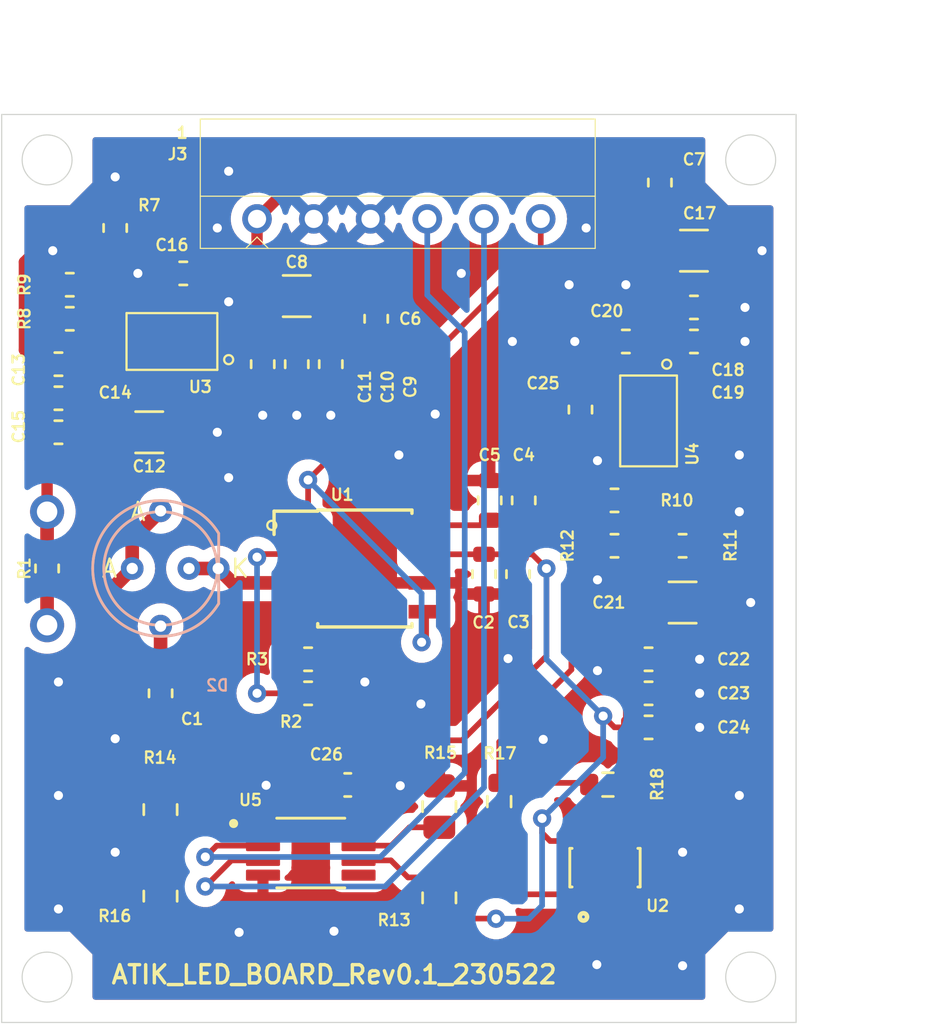
<source format=kicad_pcb>
(kicad_pcb (version 20221018) (generator pcbnew)
  (layers (0 "F.Cu" signal) (31 "B.Cu" signal) (34 "B.Paste" user) (35 "F.Paste" user) (36 "B.SilkS" user "B.Silkscreen") (37 "F.SilkS" user "F.Silkscreen") (38 "B.Mask" user) (39 "F.Mask" user) (44 "Edge.Cuts" user))
  (net 0 "")
  (net 1 "GND")
  (net 2 "CI")
  (net 3 "VIN")
  (net 4 "V_LED")
  (net 5 "LED_K")
  (net 6 "EN")
  (net 7 "Net-(D1-PAD)")
  (net 8 "Net-(U3-BYP)")
  (net 9 "Net-(U4-BYP)")
  (net 10 "Net-(D1-A)")
  (net 11 "SDA")
  (net 12 "SCL")
  (net 13 "Net-(U1-AGND1)")
  (net 14 "Net-(U1-AGND2)")
  (net 15 "Net-(U3-ILIM)")
  (net 16 "Net-(U3-VADJ)")
  (net 17 "Net-(U4-ILIM)")
  (net 18 "Net-(U4-VADJ)")
  (net 19 "Net-(U5-HVC{slash}A0)")
  (net 22 "VDD")
  (net 23 "Net-(U5-P0B)")
  (net 24 "Net-(U2-IN-)")
  (net 25 "Net-(U2-IN+)")
  (footprint "Capacitor_SMD:C_0603_1608Metric" (layer "F.Cu") (at 123 117 90)
    (fp_text reference "C4" (at 2 0 180) (layer "F.SilkS") (effects (font (size 0.5 0.5) (thickness 0.1))))
    (fp_text value "1u")
    (pad "1" smd roundrect (at -0.875 0 90) (size 0.67 0.95) (layers "F.Cu" "F.Paste" "F.Mask") (net 2 "CI"))
    (pad "2" smd roundrect (at 0.875 0 90) (size 0.67 0.95) (layers "F.Cu" "F.Paste" "F.Mask") (net 1 "GND"))
  )
  (footprint "Capacitor_SMD:C_0603_1608Metric" (layer "F.Cu") (at 121.5 117 90)
    (fp_text reference "C5" (at 2 0 180) (layer "F.SilkS") (effects (font (size 0.5 0.5) (thickness 0.1))))
    (fp_text value "0.1u")
    (pad "1" smd roundrect (at -0.875 0 90) (size 0.67 0.95) (layers "F.Cu" "F.Paste" "F.Mask") (net 2 "CI"))
    (pad "2" smd roundrect (at 0.875 0 90) (size 0.67 0.95) (layers "F.Cu" "F.Paste" "F.Mask") (net 1 "GND"))
  )
  (footprint "Resistor_SMD:R_0603_1608Metric" (layer "F.Cu") (at 113.5 125.5 180)
    (fp_text reference "R2" (at 0.75 -1.25) (layer "F.SilkS") (effects (font (size 0.5 0.5) (thickness 0.1))))
    (fp_text value "10R")
    (pad "1" smd roundrect (at -0.7875 0 180) (size 0.875 0.95) (layers "F.Cu" "F.Paste" "F.Mask") (net 1 "GND"))
    (pad "2" smd roundrect (at 0.7875 0 180) (size 0.875 0.95) (layers "F.Cu" "F.Paste" "F.Mask") (net 13 "Net-(U1-AGND1)"))
  )
  (footprint "Resistor_SMD:R_0603_1608Metric" (layer "F.Cu") (at 113.5 124 180)
    (fp_text reference "R3" (at 2.25 0) (layer "F.SilkS") (effects (font (size 0.5 0.5) (thickness 0.1))))
    (fp_text value "10R")
    (pad "1" smd roundrect (at -0.7875 0 180) (size 0.875 0.95) (layers "F.Cu" "F.Paste" "F.Mask") (net 1 "GND"))
    (pad "2" smd roundrect (at 0.7875 0 180) (size 0.875 0.95) (layers "F.Cu" "F.Paste" "F.Mask") (net 14 "Net-(U1-AGND2)"))
  )
  (footprint "Package_SOIC:SOIC-8-1EP_3.9x4.9mm_P1.27mm" (layer "F.Cu") (at 116 120)
    (fp_text reference "U1" (at -1 -3.25) (layer "F.SilkS") (effects (font (size 0.5 0.5) (thickness 0.1))))
    (fp_text value "iC_HK_B")
    (pad "1" smd rect (at -2.7 -1.905) (size 1.55 0.6) (layers "F.Cu" "F.Paste" "F.Mask") (net 6 "EN"))
    (pad "2" smd rect (at -2.7 -0.635) (size 1.55 0.6) (layers "F.Cu" "F.Paste" "F.Mask") (net 13 "Net-(U1-AGND1)"))
    (pad "3" smd rect (at -2.7 0.635) (size 1.55 0.6) (layers "F.Cu" "F.Paste" "F.Mask") (net 5 "LED_K"))
    (pad "4" smd rect (at -2.7 1.905) (size 1.55 0.6) (layers "F.Cu" "F.Paste" "F.Mask") (net 14 "Net-(U1-AGND2)"))
    (pad "5" smd rect (at 2.7 1.905) (size 1.55 0.6) (layers "F.Cu" "F.Paste" "F.Mask") (net 6 "EN"))
    (pad "6" smd rect (at 2.7 0.635) (size 1.55 0.6) (layers "F.Cu" "F.Paste" "F.Mask") (net 1 "GND"))
    (pad "7" smd rect (at 2.7 -0.635) (size 1.55 0.6) (layers "F.Cu" "F.Paste" "F.Mask") (net 22 "VDD"))
    (pad "8" smd rect (at 2.7 -1.905) (size 1.55 0.6) (layers "F.Cu" "F.Paste" "F.Mask") (net 2 "CI"))
    (pad "9" smd rect (at -0.5875 -0.5875) (size 1.175 1.175) (layers "F.Cu" "F.Paste" "F.Mask") (net 1 "GND"))
    (pad "9" smd rect (at -0.5875 0.5875) (size 1.175 1.175) (layers "F.Cu" "F.Paste" "F.Mask") (net 1 "GND"))
    (pad "9" smd rect (at 0.5875 -0.5875) (size 1.175 1.175) (layers "F.Cu" "F.Paste" "F.Mask") (net 1 "GND"))
    (pad "9" smd rect (at 0.5875 0.5875) (size 1.175 1.175) (layers "F.Cu" "F.Paste" "F.Mask") (net 1 "GND"))
  )
  (footprint "Pin_Headers:Pin_Header_Straight_1x01_Pitch2.54mm" (layer "F.Cu") (at 102 122.5 90)
    (fp_text reference "J2" hide)
    (fp_text value "Conn_01x01")
    (pad "1" thru_hole circle (at 0 0 90) (size 1.5 1.5) (drill 0.9) (layers "*.Cu" "*.Mask") (net 10 "Net-(D1-A)"))
  )
  (footprint "Resistor_SMD:R_0603_1608Metric" (layer "F.Cu") (at 102 120 90)
    (fp_text reference "R1" (at 0 -1 90) (layer "F.SilkS") (effects (font (size 0.5 0.5) (thickness 0.1))))
    (fp_text value "0R")
    (pad "1" smd roundrect (at -0.7875 0 90) (size 0.875 0.95) (layers "F.Cu" "F.Paste" "F.Mask") (net 10 "Net-(D1-A)"))
    (pad "2" smd roundrect (at 0.7875 0 90) (size 0.875 0.95) (layers "F.Cu" "F.Paste" "F.Mask") (net 4 "V_LED"))
  )
  (footprint "Pin_Headers:Pin_Header_Straight_1x01_Pitch2.54mm" (layer "F.Cu") (at 102 117.5 90)
    (fp_text reference "J1" hide)
    (fp_text value "Conn_01x01")
    (pad "1" thru_hole circle (at 0 0 90) (size 1.5 1.5) (drill 0.9) (layers "*.Cu" "*.Mask") (net 4 "V_LED"))
  )
  (footprint "Capacitor_SMD:C_0603_1608Metric" (layer "F.Cu") (at 121.25 120.25 -90)
    (fp_text reference "C2" (at 2.13 0.02 180) (layer "F.SilkS") (effects (font (size 0.5 0.5) (thickness 0.1))))
    (fp_text value "1u")
    (pad "1" smd roundrect (at -0.875 0 270) (size 0.67 0.95) (layers "F.Cu" "F.Paste" "F.Mask") (net 22 "VDD"))
    (pad "2" smd roundrect (at 0.875 0 270) (size 0.67 0.95) (layers "F.Cu" "F.Paste" "F.Mask") (net 1 "GND"))
  )
  (footprint "Capacitor_SMD:C_0603_1608Metric" (layer "F.Cu") (at 122.75 120.25 -90)
    (fp_text reference "C3" (at 2.11 -0.02 180) (layer "F.SilkS") (effects (font (size 0.5 0.5) (thickness 0.1))))
    (fp_text value "0.1u")
    (pad "1" smd roundrect (at -0.875 0 270) (size 0.67 0.95) (layers "F.Cu" "F.Paste" "F.Mask") (net 22 "VDD"))
    (pad "2" smd roundrect (at 0.875 0 270) (size 0.67 0.95) (layers "F.Cu" "F.Paste" "F.Mask") (net 1 "GND"))
  )
  (footprint "Capacitor_SMD:C_0603_1608Metric" (layer "F.Cu") (at 107 125.5 90)
    (fp_text reference "C1" (at -1.13 1.39 180) (layer "F.SilkS") (effects (font (size 0.5 0.5) (thickness 0.1))))
    (fp_text value "1u")
    (pad "1" smd roundrect (at -0.875 0 90) (size 0.67 0.95) (layers "F.Cu" "F.Paste" "F.Mask") (net 1 "GND"))
    (pad "2" smd roundrect (at 0.875 0 90) (size 0.67 0.95) (layers "F.Cu" "F.Paste" "F.Mask") (net 7 "Net-(D1-PAD)"))
  )
  (footprint "Wiki:5268-06A" (layer "F.Cu") (at 111.25 104.6)
    (fp_text reference "J3" (at -3.5 -2.85) (layer "F.SilkS") (effects (font (size 0.5 0.5) (thickness 0.1))))
    (fp_text value "Conn_01x06")
    (fp_text user "1" (at -3.6 -3.5 unlocked) (layer "F.SilkS") (effects (font (size 0.5 0.5) (thickness 0.1)) (justify left bottom)))
    (pad "1" thru_hole circle (at 0 0) (size 1.3 1.3) (drill 0.8) (layers "*.Cu" "*.Mask") (net 3 "VIN"))
    (pad "2" thru_hole circle (at 2.5 0) (size 1.3 1.3) (drill 0.8) (layers "*.Cu" "*.Mask") (net 1 "GND"))
    (pad "3" thru_hole circle (at 5 0) (size 1.3 1.3) (drill 0.8) (layers "*.Cu" "*.Mask") (net 1 "GND"))
    (pad "4" thru_hole circle (at 7.5 0) (size 1.3 1.3) (drill 0.8) (layers "*.Cu" "*.Mask") (net 12 "SCL"))
    (pad "5" thru_hole circle (at 10 0) (size 1.3 1.3) (drill 0.8) (layers "*.Cu" "*.Mask") (net 11 "SDA"))
    (pad "6" thru_hole circle (at 12.5 0) (size 1.3 1.3) (drill 0.8) (layers "*.Cu" "*.Mask") (net 6 "EN"))
  )
  (footprint "Capacitor_SMD:C_1206_3216Metric" (layer "F.Cu") (at 113 108)
    (fp_text reference "C8" (at 0 -1.5) (layer "F.SilkS") (effects (font (size 0.5 0.5) (thickness 0.1))))
    (fp_text value "10u")
    (pad "1" smd roundrect (at -1.4 0) (size 1.25 1.75) (layers "F.Cu" "F.Paste" "F.Mask") (roundrect_rratio 0.2) (net 3 "VIN"))
    (pad "2" smd roundrect (at 1.4 0) (size 1.25 1.75) (layers "F.Cu" "F.Paste" "F.Mask") (roundrect_rratio 0.2) (net 1 "GND"))
  )
  (footprint "Capacitor_SMD:C_0603_1608Metric" (layer "F.Cu") (at 113 111 -90)
    (fp_text reference "C10" (at 1 -4 90) (layer "F.SilkS") (effects (font (size 0.5 0.5) (thickness 0.1))))
    (fp_text value "0.1u")
    (pad "1" smd roundrect (at -0.875 0 270) (size 0.67 0.95) (layers "F.Cu" "F.Paste" "F.Mask") (net 3 "VIN"))
    (pad "2" smd roundrect (at 0.875 0 270) (size 0.67 0.95) (layers "F.Cu" "F.Paste" "F.Mask") (net 1 "GND"))
  )
  (footprint "Capacitor_SMD:C_0603_1608Metric" (layer "F.Cu") (at 111.5 111 -90)
    (fp_text reference "C11" (at 1 -4.5 90) (layer "F.SilkS") (effects (font (size 0.5 0.5) (thickness 0.1))))
    (fp_text value "0.1u")
    (pad "1" smd roundrect (at -0.875 0 270) (size 0.67 0.95) (layers "F.Cu" "F.Paste" "F.Mask") (net 3 "VIN"))
    (pad "2" smd roundrect (at 0.875 0 270) (size 0.67 0.95) (layers "F.Cu" "F.Paste" "F.Mask") (net 1 "GND"))
  )
  (footprint "Capacitor_SMD:C_0603_1608Metric" (layer "F.Cu") (at 102.5 111 180)
    (fp_text reference "C13" (at 1.75 -0.25 90) (layer "F.SilkS") (effects (font (size 0.5 0.5) (thickness 0.1))))
    (fp_text value "1u")
    (pad "1" smd roundrect (at -0.875 0 180) (size 0.67 0.95) (layers "F.Cu" "F.Paste" "F.Mask") (net 4 "V_LED"))
    (pad "2" smd roundrect (at 0.875 0 180) (size 0.67 0.95) (layers "F.Cu" "F.Paste" "F.Mask") (net 1 "GND"))
  )
  (footprint "Capacitor_SMD:C_0603_1608Metric" (layer "F.Cu") (at 102.5 112.5 180)
    (fp_text reference "C14" (at -2.5 0.25) (layer "F.SilkS") (effects (font (size 0.5 0.5) (thickness 0.1))))
    (fp_text value "0.1u")
    (pad "1" smd roundrect (at -0.875 0 180) (size 0.67 0.95) (layers "F.Cu" "F.Paste" "F.Mask") (net 4 "V_LED"))
    (pad "2" smd roundrect (at 0.875 0 180) (size 0.67 0.95) (layers "F.Cu" "F.Paste" "F.Mask") (net 1 "GND"))
  )
  (footprint "Capacitor_SMD:C_0603_1608Metric" (layer "F.Cu") (at 102.5 114 180)
    (fp_text reference "C15" (at 1.75 0.25 270) (layer "F.SilkS") (effects (font (size 0.5 0.5) (thickness 0.1))))
    (fp_text value "0.1u")
    (pad "1" smd roundrect (at -0.875 0 180) (size 0.67 0.95) (layers "F.Cu" "F.Paste" "F.Mask") (net 4 "V_LED"))
    (pad "2" smd roundrect (at 0.875 0 180) (size 0.67 0.95) (layers "F.Cu" "F.Paste" "F.Mask") (net 1 "GND"))
  )
  (footprint "Capacitor_SMD:C_1206_3216Metric" (layer "F.Cu") (at 130.5 106)
    (fp_text reference "C17" (at 0.25 -1.65) (layer "F.SilkS") (effects (font (size 0.5 0.5) (thickness 0.1))))
    (fp_text value "10u")
    (pad "1" smd roundrect (at -1.4 0) (size 1.25 1.75) (layers "F.Cu" "F.Paste" "F.Mask") (roundrect_rratio 0.2) (net 3 "VIN"))
    (pad "2" smd roundrect (at 1.4 0) (size 1.25 1.75) (layers "F.Cu" "F.Paste" "F.Mask") (roundrect_rratio 0.2) (net 1 "GND"))
  )
  (footprint "Capacitor_SMD:C_0603_1608Metric" (layer "F.Cu") (at 127.5 110 180)
    (fp_text reference "C20" (at 0.84 1.34) (layer "F.SilkS") (effects (font (size 0.5 0.5) (thickness 0.1))))
    (fp_text value "0.1u")
    (pad "1" smd roundrect (at -0.875 0 180) (size 0.67 0.95) (layers "F.Cu" "F.Paste" "F.Mask") (net 3 "VIN"))
    (pad "2" smd roundrect (at 0.875 0 180) (size 0.67 0.95) (layers "F.Cu" "F.Paste" "F.Mask") (net 1 "GND"))
  )
  (footprint "Capacitor_SMD:C_1206_3216Metric" (layer "F.Cu") (at 130 121.5)
    (fp_text reference "C21" (at -3.25 0) (layer "F.SilkS") (effects (font (size 0.5 0.5) (thickness 0.1))))
    (fp_text value "10u")
    (pad "1" smd roundrect (at -1.4 0) (size 1.25 1.75) (layers "F.Cu" "F.Paste" "F.Mask") (roundrect_rratio 0.2) (net 22 "VDD"))
    (pad "2" smd roundrect (at 1.4 0) (size 1.25 1.75) (layers "F.Cu" "F.Paste" "F.Mask") (roundrect_rratio 0.2) (net 1 "GND"))
  )
  (footprint "Capacitor_SMD:C_0603_1608Metric" (layer "F.Cu") (at 128.5 124)
    (fp_text reference "C22" (at 3.75 0) (layer "F.SilkS") (effects (font (size 0.5 0.5) (thickness 0.1))))
    (fp_text value "1u")
    (pad "1" smd roundrect (at -0.875 0) (size 0.67 0.95) (layers "F.Cu" "F.Paste" "F.Mask") (net 22 "VDD"))
    (pad "2" smd roundrect (at 0.875 0) (size 0.67 0.95) (layers "F.Cu" "F.Paste" "F.Mask") (net 1 "GND"))
  )
  (footprint "Capacitor_SMD:C_0603_1608Metric" (layer "F.Cu") (at 128.5 125.5)
    (fp_text reference "C23" (at 3.75 0) (layer "F.SilkS") (effects (font (size 0.5 0.5) (thickness 0.1))))
    (fp_text value "0.1u")
    (pad "1" smd roundrect (at -0.875 0) (size 0.67 0.95) (layers "F.Cu" "F.Paste" "F.Mask") (net 22 "VDD"))
    (pad "2" smd roundrect (at 0.875 0) (size 0.67 0.95) (layers "F.Cu" "F.Paste" "F.Mask") (net 1 "GND"))
  )
  (footprint "Capacitor_SMD:C_0603_1608Metric" (layer "F.Cu") (at 125.5 113 -90)
    (fp_text reference "C25" (at -1.16 1.65 180) (layer "F.SilkS") (effects (font (size 0.5 0.5) (thickness 0.1))))
    (fp_text value "100n")
    (pad "1" smd roundrect (at -0.875 0 270) (size 0.67 0.95) (layers "F.Cu" "F.Paste" "F.Mask") (net 9 "Net-(U4-BYP)"))
    (pad "2" smd roundrect (at 0.875 0 270) (size 0.67 0.95) (layers "F.Cu" "F.Paste" "F.Mask") (net 1 "GND"))
  )
  (footprint "Resistor_SMD:R_0603_1608Metric" (layer "F.Cu") (at 127 117)
    (fp_text reference "R10" (at 2.75 0) (layer "F.SilkS") (effects (font (size 0.5 0.5) (thickness 0.1))))
    (fp_text value "560K")
    (pad "1" smd roundrect (at -0.7875 0) (size 0.875 0.95) (layers "F.Cu" "F.Paste" "F.Mask") (net 1 "GND"))
    (pad "2" smd roundrect (at 0.7875 0) (size 0.875 0.95) (layers "F.Cu" "F.Paste" "F.Mask") (net 17 "Net-(U4-ILIM)"))
  )
  (footprint "Wiki:TDFN-8(ON semi)" (layer "F.Cu") (at 128.5 113.5 -90)
    (fp_text reference "U4" (at 1.46 -1.93 -90) (layer "F.SilkS") (effects (font (size 0.5 0.5) (thickness 0.1))))
    (fp_text value "CAT6201")
    (pad "1" smd rect (at -1.36 -0.78 270) (size 0.68 0.3) (layers "F.Cu" "F.Paste" "F.Mask") (net 3 "VIN"))
    (pad "2" smd rect (at -1.36 -0.28 270) (size 0.68 0.3) (layers "F.Cu" "F.Paste" "F.Mask"))
    (pad "3" smd rect (at -1.36 0.22 270) (size 0.68 0.3) (layers "F.Cu" "F.Paste" "F.Mask") (net 3 "VIN"))
    (pad "4" smd rect (at -1.36 0.72 270) (size 0.68 0.3) (layers "F.Cu" "F.Paste" "F.Mask") (net 9 "Net-(U4-BYP)"))
    (pad "5" smd rect (at 1.36 0.72 270) (size 0.68 0.3) (layers "F.Cu" "F.Paste" "F.Mask") (net 1 "GND"))
    (pad "6" smd rect (at 1.36 0.22 270) (size 0.68 0.3) (layers "F.Cu" "F.Paste" "F.Mask") (net 17 "Net-(U4-ILIM)"))
    (pad "7" smd rect (at 1.36 -0.28 270) (size 0.68 0.3) (layers "F.Cu" "F.Paste" "F.Mask") (net 18 "Net-(U4-VADJ)"))
    (pad "8" smd rect (at 1.36 -0.78 270) (size 0.68 0.3) (layers "F.Cu" "F.Paste" "F.Mask") (net 22 "VDD"))
    (pad "9" smd rect (at 0 0 270) (size 1.45 1.56) (layers "F.Cu" "F.Paste" "F.Mask") (net 1 "GND"))
  )
  (footprint "Capacitor_SMD:C_0603_1608Metric" (layer "F.Cu") (at 116.5 109 -90)
    (fp_text reference "C6" (at 0 -1.5 180) (layer "F.SilkS") (effects (font (size 0.5 0.5) (thickness 0.1))))
    (fp_text value "1u")
    (pad "1" smd roundrect (at -0.875 0 270) (size 0.67 0.95) (layers "F.Cu" "F.Paste" "F.Mask") (net 1 "GND"))
    (pad "2" smd roundrect (at 0.875 0 270) (size 0.67 0.95) (layers "F.Cu" "F.Paste" "F.Mask") (net 3 "VIN"))
  )
  (footprint "Capacitor_SMD:C_0603_1608Metric" (layer "F.Cu") (at 129 103 -90)
    (fp_text reference "C7" (at -1.02 -1.5 180) (layer "F.SilkS") (effects (font (size 0.5 0.5) (thickness 0.1))))
    (fp_text value "0.1u")
    (pad "1" smd roundrect (at -0.875 0 270) (size 0.67 0.95) (layers "F.Cu" "F.Paste" "F.Mask") (net 1 "GND"))
    (pad "2" smd roundrect (at 0.875 0 270) (size 0.67 0.95) (layers "F.Cu" "F.Paste" "F.Mask") (net 3 "VIN"))
  )
  (footprint "Capacitor_SMD:C_0603_1608Metric" (layer "F.Cu") (at 114.5 111 -90)
    (fp_text reference "C9" (at 1 -3.5 90) (layer "F.SilkS") (effects (font (size 0.5 0.5) (thickness 0.1))))
    (fp_text value "1u")
    (pad "1" smd roundrect (at -0.875 0 270) (size 0.67 0.95) (layers "F.Cu" "F.Paste" "F.Mask") (net 3 "VIN"))
    (pad "2" smd roundrect (at 0.875 0 270) (size 0.67 0.95) (layers "F.Cu" "F.Paste" "F.Mask") (net 1 "GND"))
  )
  (footprint "Capacitor_SMD:C_0603_1608Metric" (layer "F.Cu") (at 130.5 108.5)
    (fp_text reference "C18" (at 1.5 2.75) (layer "F.SilkS") (effects (font (size 0.5 0.5) (thickness 0.1))))
    (fp_text value "1u")
    (pad "1" smd roundrect (at -0.875 0) (size 0.67 0.95) (layers "F.Cu" "F.Paste" "F.Mask") (net 3 "VIN"))
    (pad "2" smd roundrect (at 0.875 0) (size 0.67 0.95) (layers "F.Cu" "F.Paste" "F.Mask") (net 1 "GND"))
  )
  (footprint "Capacitor_SMD:C_0603_1608Metric" (layer "F.Cu") (at 128.5 127)
    (fp_text reference "C24" (at 3.75 0) (layer "F.SilkS") (effects (font (size 0.5 0.5) (thickness 0.1))))
    (fp_text value "0.1u")
    (pad "1" smd roundrect (at -0.875 0) (size 0.67 0.95) (layers "F.Cu" "F.Paste" "F.Mask") (net 22 "VDD"))
    (pad "2" smd roundrect (at 0.875 0) (size 0.67 0.95) (layers "F.Cu" "F.Paste" "F.Mask") (net 1 "GND"))
  )
  (footprint "Resistor_SMD:R_0603_1608Metric" (layer "F.Cu") (at 127 119)
    (fp_text reference "R12" (at -2.07 0 90) (layer "F.SilkS") (effects (font (size 0.5 0.5) (thickness 0.1))))
    (fp_text value "1K")
    (pad "1" smd roundrect (at -0.7875 0) (size 0.875 0.95) (layers "F.Cu" "F.Paste" "F.Mask") (net 1 "GND"))
    (pad "2" smd roundrect (at 0.7875 0) (size 0.875 0.95) (layers "F.Cu" "F.Paste" "F.Mask") (net 18 "Net-(U4-VADJ)"))
  )
  (footprint "Resistor_SMD:R_0603_1608Metric" (layer "F.Cu") (at 130 119)
    (fp_text reference "R11" (at 2.11 -0.02 90) (layer "F.SilkS") (effects (font (size 0.5 0.5) (thickness 0.1))))
    (fp_text value "2K")
    (pad "1" smd roundrect (at -0.7875 0) (size 0.875 0.95) (layers "F.Cu" "F.Paste" "F.Mask") (net 18 "Net-(U4-VADJ)"))
    (pad "2" smd roundrect (at 0.7875 0) (size 0.875 0.95) (layers "F.Cu" "F.Paste" "F.Mask") (net 22 "VDD"))
  )
  (footprint "Capacitor_SMD:C_0603_1608Metric" (layer "F.Cu") (at 130.5 110)
    (fp_text reference "C19" (at 1.5 2.25) (layer "F.SilkS") (effects (font (size 0.5 0.5) (thickness 0.1))))
    (fp_text value "0.1u")
    (pad "1" smd roundrect (at -0.875 0) (size 0.67 0.95) (layers "F.Cu" "F.Paste" "F.Mask") (net 3 "VIN"))
    (pad "2" smd roundrect (at 0.875 0) (size 0.67 0.95) (layers "F.Cu" "F.Paste" "F.Mask") (net 1 "GND"))
  )
  (footprint "Resistor_SMD:R_0603_1608Metric" (layer "F.Cu") (at 105 105 -90)
    (fp_text reference "R7" (at -1 -1.5 180) (layer "F.SilkS") (effects (font (size 0.5 0.5) (thickness 0.1))))
    (fp_text value "560K")
    (pad "1" smd roundrect (at -0.7875 0 270) (size 0.875 0.95) (layers "F.Cu" "F.Paste" "F.Mask") (net 1 "GND"))
    (pad "2" smd roundrect (at 0.7875 0 270) (size 0.875 0.95) (layers "F.Cu" "F.Paste" "F.Mask") (net 15 "Net-(U3-ILIM)"))
  )
  (footprint "Resistor_SMD:R_0603_1608Metric" (layer "F.Cu") (at 103 109 180)
    (fp_text reference "R8" (at 2 0 90) (layer "F.SilkS") (effects (font (size 0.5 0.5) (thickness 0.1))))
    (fp_text value "9.1K")
    (pad "1" smd roundrect (at -0.7875 0 180) (size 0.875 0.95) (layers "F.Cu" "F.Paste" "F.Mask") (net 16 "Net-(U3-VADJ)"))
    (pad "2" smd roundrect (at 0.7875 0 180) (size 0.875 0.95) (layers "F.Cu" "F.Paste" "F.Mask") (net 4 "V_LED"))
  )
  (footprint "Wiki:TDFN-8(ON semi)" (layer "F.Cu") (at 107.5 110 180)
    (fp_text reference "U3" (at -1.25 -2) (layer "F.SilkS") (effects (font (size 0.5 0.5) (thickness 0.1))))
    (fp_text value "CAT6201")
    (pad "1" smd rect (at -1.36 -0.78 180) (size 0.68 0.3) (layers "F.Cu" "F.Paste" "F.Mask") (net 3 "VIN"))
    (pad "2" smd rect (at -1.36 -0.28 180) (size 0.68 0.3) (layers "F.Cu" "F.Paste" "F.Mask"))
    (pad "3" smd rect (at -1.36 0.22 180) (size 0.68 0.3) (layers "F.Cu" "F.Paste" "F.Mask") (net 3 "VIN"))
    (pad "4" smd rect (at -1.36 0.72 180) (size 0.68 0.3) (layers "F.Cu" "F.Paste" "F.Mask") (net 8 "Net-(U3-BYP)"))
    (pad "5" smd rect (at 1.36 0.72 180) (size 0.68 0.3) (layers "F.Cu" "F.Paste" "F.Mask") (net 1 "GND"))
    (pad "6" smd rect (at 1.36 0.22 180) (size 0.68 0.3) (layers "F.Cu" "F.Paste" "F.Mask") (net 15 "Net-(U3-ILIM)"))
    (pad "7" smd rect (at 1.36 -0.28 180) (size 0.68 0.3) (layers "F.Cu" "F.Paste" "F.Mask") (net 16 "Net-(U3-VADJ)"))
    (pad "8" smd rect (at 1.36 -0.78 180) (size 0.68 0.3) (layers "F.Cu" "F.Paste" "F.Mask") (net 4 "V_LED"))
    (pad "9" smd rect (at 0 0 180) (size 1.45 1.56) (layers "F.Cu" "F.Paste" "F.Mask") (net 1 "GND"))
  )
  (footprint "Resistor_SMD:R_0603_1608Metric" (layer "F.Cu") (at 103 107.5)
    (fp_text reference "R9" (at -2 0 90) (layer "F.SilkS") (effects (font (size 0.5 0.5) (thickness 0.1))))
    (fp_text value "1.2K")
    (pad "1" smd roundrect (at -0.7875 0) (size 0.875 0.95) (layers "F.Cu" "F.Paste" "F.Mask") (net 1 "GND"))
    (pad "2" smd roundrect (at 0.7875 0) (size 0.875 0.95) (layers "F.Cu" "F.Paste" "F.Mask") (net 16 "Net-(U3-VADJ)"))
  )
  (footprint "Capacitor_SMD:C_1206_3216Metric" (layer "F.Cu") (at 106.5 114)
    (fp_text reference "C12" (at 0 1.5) (layer "F.SilkS") (effects (font (size 0.5 0.5) (thickness 0.1))))
    (fp_text value "10u")
    (pad "1" smd roundrect (at -1.4 0) (size 1.25 1.75) (layers "F.Cu" "F.Paste" "F.Mask") (roundrect_rratio 0.2) (net 4 "V_LED"))
    (pad "2" smd roundrect (at 1.4 0) (size 1.25 1.75) (layers "F.Cu" "F.Paste" "F.Mask") (roundrect_rratio 0.2) (net 1 "GND"))
  )
  (footprint "Capacitor_SMD:C_0603_1608Metric" (layer "F.Cu") (at 108 107 180)
    (fp_text reference "C16" (at 0.5 1.25) (layer "F.SilkS") (effects (font (size 0.5 0.5) (thickness 0.1))))
    (fp_text value "100n")
    (pad "1" smd roundrect (at -0.875 0 180) (size 0.67 0.95) (layers "F.Cu" "F.Paste" "F.Mask") (net 8 "Net-(U3-BYP)"))
    (pad "2" smd roundrect (at 0.875 0 180) (size 0.67 0.95) (layers "F.Cu" "F.Paste" "F.Mask") (net 1 "GND"))
  )
  (footprint "MCP4541-103E_MS:SOP65P490X110-8N" (layer "F.Cu") (at 113.6175 132.535)
    (fp_text reference "U5" (at -2.6575 -2.335) (layer "F.SilkS") (effects (font (size 0.5 0.5) (thickness 0.1))))
    (fp_text value "MCP4541-103E/MS")
    (pad "1" smd roundrect (at -2.105 -0.975) (size 1.5 0.49) (layers "F.Cu" "F.Paste" "F.Mask") (roundrect_rratio 0.12) (net 19 "Net-(U5-HVC{slash}A0)"))
    (pad "2" smd roundrect (at -2.105 -0.325) (size 1.5 0.49) (layers "F.Cu" "F.Paste" "F.Mask") (roundrect_rratio 0.12) (net 12 "SCL"))
    (pad "3" smd roundrect (at -2.105 0.325) (size 1.5 0.49) (layers "F.Cu" "F.Paste" "F.Mask") (roundrect_rratio 0.12) (net 11 "SDA"))
    (pad "4" smd roundrect (at -2.105 0.975) (size 1.5 0.49) (layers "F.Cu" "F.Paste" "F.Mask") (roundrect_rratio 0.12) (net 1 "GND"))
    (pad "5" smd roundrect (at 2.105 0.975 180) (size 1.5 0.49) (layers "F.Cu" "F.Paste" "F.Mask") (roundrect_rratio 0.12))
    (pad "6" smd roundrect (at 2.105 0.325 180) (size 1.5 0.49) (layers "F.Cu" "F.Paste" "F.Mask") (roundrect_rratio 0.12) (net 25 "Net-(U2-IN+)"))
    (pad "7" smd roundrect (at 2.105 -0.325 180) (size 1.5 0.49) (layers "F.Cu" "F.Paste" "F.Mask") (roundrect_rratio 0.12) (net 23 "Net-(U5-P0B)"))
    (pad "8" smd roundrect (at 2.105 -0.975 180) (size 1.5 0.49) (layers "F.Cu" "F.Paste" "F.Mask") (roundrect_rratio 0.12) (net 22 "VDD"))
  )
  (footprint "Resistor_SMD:R_0805_2012Metric" (layer "F.Cu") (at 119.28 134.51 90)
    (fp_text reference "R13" (at -0.98 -1.99) (layer "F.SilkS") (effects (font (size 0.5 0.5) (thickness 0.1))))
    (fp_text value "6.8K")
    (pad "1" smd roundrect (at -0.9125 0 90) (size 1.025 1.4) (layers "F.Cu" "F.Paste" "F.Mask") (roundrect_rratio 0.243902439) (net 22 "VDD"))
    (pad "2" smd roundrect (at 0.9125 0 90) (size 1.025 1.4) (layers "F.Cu" "F.Paste" "F.Mask") (roundrect_rratio 0.243902439) (net 25 "Net-(U2-IN+)"))
  )
  (footprint "Resistor_SMD:R_0603_1608Metric" (layer "F.Cu") (at 121.92 130.27 90)
    (fp_text reference "R17" (at 2.125 0.03) (layer "F.SilkS") (effects (font (size 0.5 0.5) (thickness 0.1))))
    (fp_text value "0R")
    (pad "1" smd roundrect (at -0.825 0 90) (size 0.8 0.95) (layers "F.Cu" "F.Paste" "F.Mask") (net 25 "Net-(U2-IN+)"))
    (pad "2" smd roundrect (at 0.825 0 90) (size 0.8 0.95) (layers "F.Cu" "F.Paste" "F.Mask") (net 2 "CI"))
  )
  (footprint "LMV321WG-7:SOT95P285X145-5N" (layer "F.Cu") (at 126.58 133.18 90)
    (fp_text reference "U2" (at -1.68 2.32 180) (layer "F.SilkS") (effects (font (size 0.5 0.5) (thickness 0.1))))
    (fp_text value "NA_LMV321WG-7")
    (pad "1" smd roundrect (at -1.175 -0.95) (size 0.59 1.37) (layers "F.Cu" "F.Paste" "F.Mask") (roundrect_rratio 0.1) (net 25 "Net-(U2-IN+)"))
    (pad "2" smd roundrect (at -1.175 0) (size 0.59 1.37) (layers "F.Cu" "F.Paste" "F.Mask") (roundrect_rratio 0.1) (net 1 "GND"))
    (pad "3" smd roundrect (at -1.175 0.95) (size 0.59 1.37) (layers "F.Cu" "F.Paste" "F.Mask") (roundrect_rratio 0.1) (net 24 "Net-(U2-IN-)"))
    (pad "4" smd roundrect (at 1.175 0.95) (size 0.59 1.37) (layers "F.Cu" "F.Paste" "F.Mask") (roundrect_rratio 0.1) (net 24 "Net-(U2-IN-)"))
    (pad "5" smd roundrect (at 1.175 -0.95) (size 0.59 1.37) (layers "F.Cu" "F.Paste" "F.Mask") (roundrect_rratio 0.1) (net 22 "VDD"))
  )
  (footprint "Resistor_SMD:R_0603_1608Metric" (layer "F.Cu") (at 126.71 129.52 180)
    (fp_text reference "R18" (at -2.17 0.01 90) (layer "F.SilkS") (effects (font (size 0.5 0.5) (thickness 0.1))))
    (fp_text value "1K")
    (pad "1" smd roundrect (at -0.825 0 180) (size 0.8 0.95) (layers "F.Cu" "F.Paste" "F.Mask") (net 24 "Net-(U2-IN-)"))
    (pad "2" smd roundrect (at 0.825 0 180) (size 0.8 0.95) (layers "F.Cu" "F.Paste" "F.Mask") (net 2 "CI"))
  )
  (footprint "Resistor_SMD:R_0805_2012Metric" (layer "F.Cu") (at 106.995 134.435 -90)
    (fp_text reference "R16" (at 0.875 2.015 -180) (layer "F.SilkS") (effects (font (size 0.5 0.5) (thickness 0.1))))
    (fp_text value "4.7K")
    (pad "1" smd roundrect (at -0.9125 0 270) (size 1.025 1.4) (layers "F.Cu" "F.Paste" "F.Mask") (roundrect_rratio 0.243902439) (net 19 "Net-(U5-HVC{slash}A0)"))
    (pad "2" smd roundrect (at 0.9125 0 270) (size 1.025 1.4) (layers "F.Cu" "F.Paste" "F.Mask") (roundrect_rratio 0.243902439) (net 1 "GND"))
  )
  (footprint "Capacitor_SMD:C_0603_1608Metric" (layer "F.Cu") (at 115.2475 129.535 180)
    (fp_text reference "C26" (at 0.94 1.345) (layer "F.SilkS") (effects (font (size 0.5 0.5) (thickness 0.1))))
    (fp_text value "100n")
    (pad "1" smd roundrect (at -0.775 0 180) (size 0.9 0.95) (layers "F.Cu" "F.Paste" "F.Mask") (net 22 "VDD"))
    (pad "2" smd roundrect (at 0.775 0 180) (size 0.9 0.95) (layers "F.Cu" "F.Paste" "F.Mask") (net 1 "GND"))
  )
  (footprint "Resistor_SMD:R_0805_2012Metric" (layer "F.Cu") (at 119.28 130.49 -90)
    (fp_text reference "R15" (at -2.37 -0.05) (layer "F.SilkS") (effects (font (size 0.5 0.5) (thickness 0.1))))
    (fp_text value "2.7K")
    (pad "1" smd roundrect (at -0.9125 0 270) (size 1.025 1.4) (layers "F.Cu" "F.Paste" "F.Mask") (roundrect_rratio 0.243902439) (net 1 "GND"))
    (pad "2" smd roundrect (at 0.9125 0 270) (size 1.025 1.4) (layers "F.Cu" "F.Paste" "F.Mask") (roundrect_rratio 0.243902439) (net 23 "Net-(U5-P0B)"))
  )
  (footprint "Resistor_SMD:R_0805_2012Metric" (layer "F.Cu") (at 106.995 130.6225 -90)
    (fp_text reference "R14" (at -2.2875 0.0225 -180) (layer "F.SilkS") (effects (font (size 0.5 0.5) (thickness 0.1))))
    (fp_text value "4.7K")
    (pad "1" smd roundrect (at -0.9125 0 270) (size 1.025 1.4) (layers "F.Cu" "F.Paste" "F.Mask") (roundrect_rratio 0.243902439) (net 22 "VDD"))
    (pad "2" smd roundrect (at 0.9125 0 270) (size 1.025 1.4) (layers "F.Cu" "F.Paste" "F.Mask") (roundrect_rratio 0.243902439) (net 19 "Net-(U5-HVC{slash}A0)"))
  )
  (footprint "LED_THT:LED_D5.0mm" (layer "B.Cu") (at 107 120 180)
    (fp_text reference "D1" hide)
    (fp_text value "LED_PAD")
    (pad "1" thru_hole circle (at -2.54 0 180) (size 1 1) (drill 0.5) (layers "*.Cu" "*.Mask") (net 5 "LED_K"))
    (pad "2" thru_hole circle (at 0 2.54 180) (size 1 1) (drill 0.5) (layers "*.Cu" "*.Mask") (net 10 "Net-(D1-A)"))
    (pad "3" thru_hole circle (at 0 -2.54 180) (size 1 1) (drill 0.5) (layers "*.Cu" "*.Mask") (net 7 "Net-(D1-PAD)"))
  )
  (footprint "LED_THT:LED_D5.0mm" (layer "B.Cu") (at 107 120 180)
    (fp_text reference "D2" (at -2.5 -5.15 180) (layer "B.SilkS") (effects (font (size 0.5 0.5) (thickness 0.1)) (justify mirror)))
    (fp_text value "LED")
    (pad "1" thru_hole circle (at -1.25 0 180) (size 1 1) (drill 0.5) (layers "*.Cu" "*.Mask") (net 5 "LED_K"))
    (pad "2" thru_hole circle (at 1.25 0 180) (size 1 1) (drill 0.5) (layers "*.Cu" "*.Mask") (net 10 "Net-(D1-A)"))
  )
  (gr_line (start 100 140) (end 100 100) (stroke (width 0.05)) (layer "Edge.Cuts"))
  (gr_circle (center 102 102) (end 103.1 102) (stroke (width 0.05)) (fill none) (layer "Edge.Cuts"))
  (gr_circle (center 133 102) (end 134.1 102) (stroke (width 0.05)) (fill none) (layer "Edge.Cuts"))
  (gr_circle (center 133 138) (end 134.1 138) (stroke (width 0.05)) (fill none) (layer "Edge.Cuts"))
  (gr_circle (center 102 138) (end 103.1 138) (stroke (width 0.05)) (fill none) (layer "Edge.Cuts"))
  (gr_line (start 135 100) (end 135 140) (stroke (width 0.05)) (layer "Edge.Cuts"))
  (gr_line (start 135 140) (end 100 140) (stroke (width 0.05)) (layer "Edge.Cuts"))
  (gr_line (start 100 100) (end 135 100) (stroke (width 0.05)) (layer "Edge.Cuts"))
  (gr_text "A" (at 104.75 120) (layer "F.SilkS") (effects (font (size 0.8 0.8) (thickness 0.1))))
  (gr_text "A" (at 106 117.5) (layer "F.SilkS") (effects (font (size 0.8 0.8) (thickness 0.1))))
  (gr_text "K" (at 110.5 120) (layer "F.SilkS") (effects (font (size 0.8 0.8) (thickness 0.1))))
  (gr_text "ATIK_LED_BOARD_Rev0.1_230522" (at 104.76 138.36) (layer "F.SilkS") (effects (font (size 0.8 0.8) (thickness 0.15) bold) (justify left bottom)))
  (segment (start 106.25 107) (end 107.125 107) (width 0.25) (layer "F.Cu") (net 1))
  (segment (start 116.434315 126) (end 116 125.565685) (width 0.25) (layer "F.Cu") (net 1))
  (segment (start 101.5 106) (end 102.25 106) (width 0.5) (layer "F.Cu") (net 1))
  (segment (start 127.78 114.86) (end 125.61 114.86) (width 0.25) (layer "F.Cu") (net 1))
  (segment (start 125.61 114.86) (end 125.5 114.75) (width 0.25) (layer "F.Cu") (net 1))
  (segment (start 101 110.375) (end 101 106.5) (width 0.5) (layer "F.Cu") (net 1))
  (segment (start 101 106.5) (end 101.5 106) (width 0.5) (layer "F.Cu") (net 1))
  (segment (start 106.14 109.28) (end 106.14 107.11) (width 0.25) (layer "F.Cu") (net 1))
  (segment (start 125.5 114.75) (end 125.5 113.875) (width 0.25) (layer "F.Cu") (net 1))
  (segment (start 101.625 111) (end 101 110.375) (width 0.5) (layer "F.Cu") (net 1))
  (segment (start 106.14 107.11) (end 106.25 107) (width 0.25) (layer "F.Cu") (net 1))
  (segment (start 116 125.565685) (end 116 125) (width 0.25) (layer "F.Cu") (net 1))
  (via (at 102.5 135) (size 0.8) (drill 0.4) (layers "F.Cu" "B.Cu") (net 1))
  (via (at 105 132.5) (size 0.8) (drill 0.4) (layers "F.Cu" "B.Cu") (net 1))
  (via (at 102.5 130) (size 0.8) (drill 0.4) (layers "F.Cu" "B.Cu") (net 1))
  (via (at 105 127.5) (size 0.8) (drill 0.4) (layers "F.Cu" "B.Cu") (net 1))
  (via (at 132.5 135) (size 0.8) (drill 0.4) (layers "F.Cu" "B.Cu") (net 1))
  (via (at 130 137.5) (size 0.8) (drill 0.4) (layers "F.Cu" "B.Cu") (net 1))
  (via (at 126.22 137.45) (size 0.8) (drill 0.4) (layers "F.Cu" "B.Cu") (net 1))
  (via (at 130 132.5) (size 0.8) (drill 0.4) (layers "F.Cu" "B.Cu") (net 1))
  (via (at 102.5 125) (size 0.8) (drill 0.4) (layers "F.Cu" "B.Cu") (net 1))
  (via (at 110 116) (size 0.8) (drill 0.4) (layers "F.Cu" "B.Cu") (net 1))
  (via (at 116 125) (size 0.8) (drill 0.4) (layers "F.Cu" "B.Cu") (net 1))
  (via (at 117.5 115) (size 0.8) (drill 0.4) (layers "F.Cu" "B.Cu") (net 1))
  (via (at 109.5 105) (size 0.8) (drill 0.4) (layers "F.Cu" "B.Cu") (net 1))
  (via (at 120.25 107) (size 0.8) (drill 0.4) (layers "F.Cu" "B.Cu") (net 1))
  (via (at 125.75 105) (size 0.8) (drill 0.4) (layers "F.Cu" "B.Cu") (net 1))
  (via (at 125 107.5) (size 0.8) (drill 0.4) (layers "F.Cu" "B.Cu") (net 1))
  (via (at 127.5 107.5) (size 0.8) (drill 0.4) (layers "F.Cu" "B.Cu") (net 1))
  (via (at 132.5 115) (size 0.8) (drill 0.4) (layers "F.Cu" "B.Cu") (net 1))
  (via (at 132.5 117.5) (size 0.8) (drill 0.4) (layers "F.Cu" "B.Cu") (net 1))
  (via (at 132.5 130) (size 0.8) (drill 0.4) (layers "F.Cu" "B.Cu") (net 1))
  (via (at 110 102.5) (size 0.8) (drill 0.4) (layers "F.Cu" "B.Cu") (net 1))
  (via (at 110 108.25) (size 0.8) (drill 0.4) (layers "F.Cu" "B.Cu") (net 1))
  (via (at 126.25 124.5) (size 0.8) (drill 0.4) (layers "F.Cu" "B.Cu") (net 1))
  (via (at 126.25 120.5) (size 0.8) (drill 0.4) (layers "F.Cu" "B.Cu") (net 1))
  (via (at 126.25 115.25) (size 0.8) (drill 0.4) (layers "F.Cu" "B.Cu") (net 1))
  (via (at 125.25 110) (size 0.8) (drill 0.4) (layers "F.Cu" "B.Cu") (net 1))
  (via (at 132.75 110) (size 0.8) (drill 0.4) (layers "F.Cu" "B.Cu") (net 1))
  (via (at 132.75 108.5) (size 0.8) (drill 0.4) (layers "F.Cu" "B.Cu") (net 1))
  (via (at 133.5 106) (size 0.8) (drill 0.4) (layers "F.Cu" "B.Cu") (net 1))
  (via (at 133 121.5) (size 0.8) (drill 0.4) (layers "F.Cu" "B.Cu") (net 1))
  (via (at 130.75 124) (size 0.8) (drill 0.4) (layers "F.Cu" "B.Cu") (net 1))
  (via (at 130.75 125.5) (size 0.8) (drill 0.4) (layers "F.Cu" "B.Cu") (net 1))
  (via (at 130.75 127) (size 0.8) (drill 0.4) (layers "F.Cu" "B.Cu") (net 1))
  (via (at 109.5 114) (size 0.8) (drill 0.4) (layers "F.Cu" "B.Cu") (net 1))
  (via (at 111.5 113.25) (size 0.8) (drill 0.4) (layers "F.Cu" "B.Cu") (net 1))
  (via (at 113 113.25) (size 0.8) (drill 0.4) (layers "F.Cu" "B.Cu") (net 1))
  (via (at 114.5 113.25) (size 0.8) (drill 0.4) (layers "F.Cu" "B.Cu") (net 1))
  (via (at 106 107) (size 0.8) (drill 0.4) (layers "F.Cu" "B.Cu") (net 1))
  (via (at 105 102.75) (size 0.8) (drill 0.4) (layers "F.Cu" "B.Cu") (net 1))
  (via (at 102.25 106) (size 0.8) (drill 0.4) (layers "F.Cu" "B.Cu") (net 1))
  (via (at 122.5 110) (size 0.8) (drill 0.4) (layers "F.Cu" "B.Cu") (net 1))
  (via (at 114.64 135.98) (size 0.8) (drill 0.4) (layers "F.Cu" "B.Cu") (net 1))
  (via (at 118.47 125.97) (size 0.8) (drill 0.4) (layers "F.Cu" "B.Cu") (net 1))
  (via (at 110.46 136.03) (size 0.8) (drill 0.4) (layers "F.Cu" "B.Cu") (net 1))
  (via (at 117.56 129.57) (size 0.8) (drill 0.4) (layers "F.Cu" "B.Cu") (net 1))
  (via (at 111.65 129.55) (size 0.8) (drill 0.4) (layers "F.Cu" "B.Cu") (net 1))
  (via (at 123.86 127.53) (size 0.8) (drill 0.4) (layers "F.Cu" "B.Cu") (net 1))
  (via (at 122.31 123.97) (size 0.8) (drill 0.4) (layers "F.Cu" "B.Cu") (net 1))
  (via (at 119.1 113.2) (size 0.8) (drill 0.4) (layers "F.Cu" "B.Cu") (net 1))
  (segment (start 121.92 129.445) (end 125.81 129.445) (width 0.25) (layer "F.Cu") (net 2))
  (segment (start 125.1 118.6) (end 125.1 124.46) (width 0.25) (layer "F.Cu") (net 2))
  (segment (start 125.1 124.46) (end 121.92 127.64) (width 0.25) (layer "F.Cu") (net 2))
  (segment (start 118.7 118.095) (end 121.28 118.095) (width 0.25) (layer "F.Cu") (net 2))
  (segment (start 123 117.875) (end 121.5 117.875) (width 0.25) (layer "F.Cu") (net 2))
  (segment (start 125.81 129.445) (end 125.885 129.52) (width 0.25) (layer "F.Cu") (net 2))
  (segment (start 121.28 118.095) (end 121.5 117.875) (width 0.25) (layer "F.Cu") (net 2))
  (segment (start 124.375 117.875) (end 125.1 118.6) (width 0.25) (layer "F.Cu") (net 2))
  (segment (start 121.92 127.64) (end 121.92 129.445) (width 0.25) (layer "F.Cu") (net 2))
  (segment (start 123 117.875) (end 124.375 117.875) (width 0.25) (layer "F.Cu") (net 2))
  (segment (start 128.125 103) (end 129 103.875) (width 0.5) (layer "F.Cu") (net 3))
  (segment (start 111.6 108) (end 111.6 110.025) (width 0.5) (layer "F.Cu") (net 3))
  (segment (start 114.75 109.875) (end 114.5 110.125) (width 0.5) (layer "F.Cu") (net 3))
  (segment (start 129.625 106.525) (end 129.1 106) (width 0.5) (layer "F.Cu") (net 3))
  (segment (start 111.6 110.025) (end 111.5 110.125) (width 0.5) (layer "F.Cu") (net 3))
  (segment (start 128.28 110.095) (end 128.375 110) (width 0.25) (layer "F.Cu") (net 3))
  (segment (start 128.28 112.14) (end 128.28 110.095) (width 0.25) (layer "F.Cu") (net 3))
  (segment (start 108.86 110.78) (end 110.845 110.78) (width 0.25) (layer "F.Cu") (net 3))
  (segment (start 113 110.125) (end 114.5 110.125) (width 0.5) (layer "F.Cu") (net 3))
  (segment (start 111.25 104.6) (end 112.85 103) (width 0.5) (layer "F.Cu") (net 3))
  (segment (start 128.375 110) (end 129.625 110) (width 0.5) (layer "F.Cu") (net 3))
  (segment (start 129 105.9) (end 129.1 106) (width 0.5) (layer "F.Cu") (net 3))
  (segment (start 112.85 103) (end 128.125 103) (width 0.5) (layer "F.Cu") (net 3))
  (segment (start 110.845 110.78) (end 111.5 110.125) (width 0.25) (layer "F.Cu") (net 3))
  (segment (start 129 103.875) (end 129 105.9) (width 0.5) (layer "F.Cu") (net 3))
  (segment (start 111.25 107.65) (end 111.6 108) (width 0.5) (layer "F.Cu") (net 3))
  (segment (start 129.625 110) (end 129.625 108.5) (width 0.5) (layer "F.Cu") (net 3))
  (segment (start 111.5 110.125) (end 113 110.125) (width 0.5) (layer "F.Cu") (net 3))
  (segment (start 111.155 109.78) (end 111.5 110.125) (width 0.25) (layer "F.Cu") (net 3))
  (segment (start 108.86 109.78) (end 111.155 109.78) (width 0.25) (layer "F.Cu") (net 3))
  (segment (start 116.5 109.875) (end 114.75 109.875) (width 0.5) (layer "F.Cu") (net 3))
  (segment (start 129.28 110.345) (end 129.625 110) (width 0.25) (layer "F.Cu") (net 3))
  (segment (start 111.25 104.6) (end 111.25 107.65) (width 0.5) (layer "F.Cu") (net 3))
  (segment (start 129.625 108.5) (end 129.625 106.525) (width 0.5) (layer "F.Cu") (net 3))
  (segment (start 129.28 112.14) (end 129.28 110.345) (width 0.25) (layer "F.Cu") (net 3))
  (segment (start 103.595 110.78) (end 103.375 111) (width 0.25) (layer "F.Cu") (net 4))
  (segment (start 103.375 114) (end 103.375 112.5) (width 0.5) (layer "F.Cu") (net 4))
  (segment (start 106.14 110.78) (end 106.14 112.96) (width 0.25) (layer "F.Cu") (net 4))
  (segment (start 106.14 112.96) (end 105.1 114) (width 0.25) (layer "F.Cu") (net 4))
  (segment (start 102.2125 109.8375) (end 103.375 111) (width 0.5) (layer "F.Cu") (net 4))
  (segment (start 102.2125 109) (end 102.2125 109.8375) (width 0.5) (layer "F.Cu") (net 4))
  (segment (start 105.1 114) (end 103.375 114) (width 0.5) (layer "F.Cu") (net 4))
  (segment (start 102 117.5) (end 102 119.2125) (width 0.6) (layer "F.Cu") (net 4))
  (segment (start 102 115.375) (end 103.375 114) (width 0.5) (layer "F.Cu") (net 4))
  (segment (start 106.14 110.78) (end 103.595 110.78) (width 0.25) (layer "F.Cu") (net 4))
  (segment (start 102 117.5) (end 102 115.375) (width 0.5) (layer "F.Cu") (net 4))
  (segment (start 103.375 112.5) (end 103.375 111) (width 0.5) (layer "F.Cu") (net 4))
  (segment (start 110.175 120.635) (end 109.54 120) (width 0.6) (layer "F.Cu") (net 5))
  (segment (start 113.3 120.635) (end 110.175 120.635) (width 0.6) (layer "F.Cu") (net 5))
  (segment (start 108.25 120) (end 109.54 120) (width 0.6) (layer "F.Cu") (net 5))
  (segment (start 123.75 105.85) (end 123.75 104.6) (width 0.25) (layer "F.Cu") (net 6))
  (segment (start 118.7 123.05) (end 118.5 123.25) (width 0.25) (layer "F.Cu") (net 6))
  (segment (start 113.5 116.1) (end 123.75 105.85) (width 0.25) (layer "F.Cu") (net 6))
  (segment (start 113.5 116.1) (end 113.5 117.895) (width 0.25) (layer "F.Cu") (net 6))
  (segment (start 118.7 121.905) (end 118.7 123.05) (width 0.25) (layer "F.Cu") (net 6))
  (segment (start 113.5 117.895) (end 113.3 118.095) (width 0.25) (layer "F.Cu") (net 6))
  (via (at 113.5 116.1) (size 0.8) (drill 0.4) (layers "F.Cu" "B.Cu") (net 6))
  (via (at 118.5 123.25) (size 0.8) (drill 0.4) (layers "F.Cu" "B.Cu") (net 6))
  (segment (start 118.5 123.25) (end 118.5 121.1) (width 0.25) (layer "B.Cu") (net 6))
  (segment (start 118.5 121.1) (end 113.5 116.1) (width 0.25) (layer "B.Cu") (net 6))
  (segment (start 107 122.54) (end 107 124.625) (width 0.6) (layer "F.Cu") (net 7))
  (segment (start 108.86 109.28) (end 108.86 107.015) (width 0.25) (layer "F.Cu") (net 8))
  (segment (start 108.86 107.015) (end 108.875 107) (width 0.25) (layer "F.Cu") (net 8))
  (segment (start 127.78 112.14) (end 125.515 112.14) (width 0.25) (layer "F.Cu") (net 9))
  (segment (start 125.515 112.14) (end 125.5 112.125) (width 0.25) (layer "F.Cu") (net 9))
  (segment (start 102 120.7875) (end 104.9625 120.7875) (width 0.6) (layer "F.Cu") (net 10))
  (segment (start 104.9625 120.7875) (end 105.75 120) (width 0.6) (layer "F.Cu") (net 10))
  (segment (start 105.75 120) (end 105.75 118.71) (width 0.6) (layer "F.Cu") (net 10))
  (segment (start 105.75 118.71) (end 107 117.46) (width 0.6) (layer "F.Cu") (net 10))
  (segment (start 102 120.7875) (end 102 122.5) (width 0.6) (layer "F.Cu") (net 10))
  (segment (start 110.1225 132.86) (end 108.9725 134.01) (width 0.25) (layer "F.Cu") (net 11))
  (segment (start 110.1225 132.86) (end 111.5125 132.86) (width 0.25) (layer "F.Cu") (net 11))
  (via (at 108.9725 134.01) (size 0.8) (drill 0.4) (layers "F.Cu" "B.Cu") (net 11))
  (segment (start 121.25 129.65) (end 121.25 104.6) (width 0.25) (layer "B.Cu") (net 11))
  (segment (start 116.89 134.01) (end 108.9725 134.01) (width 0.25) (layer "B.Cu") (net 11))
  (segment (start 121.25 129.65) (end 116.89 134.01) (width 0.25) (layer "B.Cu") (net 11))
  (segment (start 109.4725 132.21) (end 108.9725 132.71) (width 0.25) (layer "F.Cu") (net 12))
  (segment (start 109.4725 132.21) (end 111.5125 132.21) (width 0.25) (layer "F.Cu") (net 12))
  (via (at 108.9725 132.71) (size 0.8) (drill 0.4) (layers "F.Cu" "B.Cu") (net 12))
  (segment (start 120.4 129) (end 120.4 109.6) (width 0.25) (layer "B.Cu") (net 12))
  (segment (start 120.4 109.6) (end 118.75 107.95) (width 0.25) (layer "B.Cu") (net 12))
  (segment (start 118.75 107.95) (end 118.75 104.6) (width 0.25) (layer "B.Cu") (net 12))
  (segment (start 120.4 129) (end 116.69 132.71) (width 0.25) (layer "B.Cu") (net 12))
  (segment (start 116.69 132.71) (end 108.9725 132.71) (width 0.25) (layer "B.Cu") (net 12))
  (segment (start 111.385 119.365) (end 111.25 119.5) (width 0.25) (layer "F.Cu") (net 13))
  (segment (start 113.3 119.365) (end 111.385 119.365) (width 0.25) (layer "F.Cu") (net 13))
  (segment (start 111.25 125.5) (end 112.7125 125.5) (width 0.25) (layer "F.Cu") (net 13))
  (via (at 111.25 119.5) (size 0.8) (drill 0.4) (layers "F.Cu" "B.Cu") (net 13))
  (via (at 111.25 125.5) (size 0.8) (drill 0.4) (layers "F.Cu" "B.Cu") (net 13))
  (segment (start 111.25 119.5) (end 111.25 125.5) (width 0.25) (layer "B.Cu") (net 13))
  (segment (start 112.7125 122.4925) (end 113.3 121.905) (width 0.25) (layer "F.Cu") (net 14))
  (segment (start 112.7125 124) (end 112.7125 122.4925) (width 0.25) (layer "F.Cu") (net 14))
  (segment (start 105.55 109.78) (end 105 109.23) (width 0.25) (layer "F.Cu") (net 15))
  (segment (start 105 106.325) (end 105 105.7875) (width 0.25) (layer "F.Cu") (net 15))
  (segment (start 105 109.23) (end 105 106.325) (width 0.25) (layer "F.Cu") (net 15))
  (segment (start 106.14 109.78) (end 105.55 109.78) (width 0.25) (layer "F.Cu") (net 15))
  (segment (start 105.0675 110.28) (end 103.7875 109) (width 0.25) (layer "F.Cu") (net 16))
  (segment (start 103.7875 107.5) (end 103.7875 109) (width 0.25) (layer "F.Cu") (net 16))
  (segment (start 106.14 110.28) (end 105.0675 110.28) (width 0.25) (layer "F.Cu") (net 16))
  (segment (start 128.28 114.86) (end 128.28 116.5075) (width 0.25) (layer "F.Cu") (net 17))
  (segment (start 128.28 116.5075) (end 127.7875 117) (width 0.25) (layer "F.Cu") (net 17))
  (segment (start 128.78 114.86) (end 128.78 118.5675) (width 0.25) (layer "F.Cu") (net 18))
  (segment (start 128.78 118.5675) (end 129.2125 119) (width 0.25) (layer "F.Cu") (net 18))
  (segment (start 129.2125 119) (end 127.7875 119) (width 0.25) (layer "F.Cu") (net 18))
  (segment (start 111.4875 131.535) (end 111.5125 131.56) (width 0.25) (layer "F.Cu") (net 19))
  (segment (start 106.995 131.535) (end 111.4875 131.535) (width 0.25) (layer "F.Cu") (net 19))
  (segment (start 106.995 131.535) (end 106.995 133.5225) (width 0.25) (layer "F.Cu") (net 19))
  (segment (start 115.7225 130.8075) (end 115.7225 131.56) (width 0.25) (layer "F.Cu") (net 22))
  (segment (start 127.625 127) (end 127 127) (width 0.25) (layer "F.Cu") (net 22))
  (segment (start 121.25 119.375) (end 118.71 119.375) (width 0.25) (layer "F.Cu") (net 22))
  (segment (start 127.625 125.5) (end 127.625 124) (width 0.5) (layer "F.Cu") (net 22))
  (segment (start 116.03 127.57) (end 120.29 127.57) (width 0.25) (layer "F.Cu") (net 22))
  (segment (start 130.7875 119.3125) (end 128.6 121.5) (width 0.5) (layer "F.Cu") (net 22))
  (segment (start 123.81 131.01) (end 123.81 131.65) (width 0.25) (layer "F.Cu") (net 22))
  (segment (start 116.0225 129.535) (end 116.0225 127.5775) (width 0.25) (layer "F.Cu") (net 22))
  (segment (start 116.0225 127.5775) (end 116.03 127.57) (width 0.25) (layer "F.Cu") (net 22))
  (segment (start 111.25 127.57) (end 116.03 127.57) (width 0.25) (layer "F.Cu") (net 22))
  (segment (start 121.7725 135.4225) (end 121.78 135.43) (width 0.25) (layer "F.Cu") (net 22))
  (segment (start 109.11 129.71) (end 111.25 127.57) (width 0.25) (layer "F.Cu") (net 22))
  (segment (start 127 127) (end 126.5 126.5) (width 0.25) (layer "F.Cu") (net 22))
  (segment (start 129.28 117.4925) (end 130.7875 119) (width 0.25) (layer "F.Cu") (net 22))
  (segment (start 106.995 129.71) (end 109.11 129.71) (width 0.25) (layer "F.Cu") (net 22))
  (segment (start 123.81 131.65) (end 124.165 132.005) (width 0.25) (layer "F.Cu") (net 22))
  (segment (start 124 123.86) (end 120.29 127.57) (width 0.25) (layer "F.Cu") (net 22))
  (segment (start 127.625 122.475) (end 128.6 121.5) (width 0.5) (layer "F.Cu") (net 22))
  (segment (start 123.375 119.375) (end 124 120) (width 0.25) (layer "F.Cu") (net 22))
  (segment (start 129.28 114.86) (end 129.28 117.4925) (width 0.25) (layer "F.Cu") (net 22))
  (segment (start 124.165 132.005) (end 125.63 132.005) (width 0.25) (layer "F.Cu") (net 22))
  (segment (start 130.7875 119) (end 130.7875 119.3125) (width 0.5) (layer "F.Cu") (net 22))
  (segment (start 127.625 127) (end 127.625 125.5) (width 0.5) (layer "F.Cu") (net 22))
  (segment (start 122.75 119.375) (end 123.375 119.375) (width 0.25) (layer "F.Cu") (net 22))
  (segment (start 124 120) (end 124 123.86) (width 0.25) (layer "F.Cu") (net 22))
  (segment (start 127.625 124) (end 127.625 122.475) (width 0.5) (layer "F.Cu") (net 22))
  (segment (start 116.0225 129.535) (end 116.0225 130.5075) (width 0.25) (layer "F.Cu") (net 22))
  (segment (start 116.0225 130.5075) (end 115.7225 130.8075) (width 0.25) (layer "F.Cu") (net 22))
  (segment (start 118.71 119.375) (end 118.7 119.365) (width 0.25) (layer "F.Cu") (net 22))
  (segment (start 122.75 119.375) (end 121.25 119.375) (width 0.25) (layer "F.Cu") (net 22))
  (segment (start 119.28 135.4225) (end 121.7725 135.4225) (width 0.25) (layer "F.Cu") (net 22))
  (via (at 124 120) (size 0.8) (drill 0.4) (layers "F.Cu" "B.Cu") (net 22))
  (via (at 126.5 126.5) (size 0.8) (drill 0.4) (layers "F.Cu" "B.Cu") (net 22))
  (via (at 123.81 131.01) (size 0.8) (drill 0.4) (layers "F.Cu" "B.Cu") (net 22))
  (via (at 121.78 135.43) (size 0.8) (drill 0.4) (layers "F.Cu" "B.Cu") (net 22))
  (segment (start 123.81 134.85) (end 123.23 135.43) (width 0.25) (layer "B.Cu") (net 22))
  (segment (start 123.81 131.01) (end 123.81 134.85) (width 0.25) (layer "B.Cu") (net 22))
  (segment (start 126.5 126.5) (end 124 124) (width 0.25) (layer "B.Cu") (net 22))
  (segment (start 126.5 126.5) (end 126.5 128.32) (width 0.25) (layer "B.Cu") (net 22))
  (segment (start 124 120) (end 124 124) (width 0.25) (layer "B.Cu") (net 22))
  (segment (start 123.23 135.43) (end 121.78 135.43) (width 0.25) (layer "B.Cu") (net 22))
  (segment (start 126.5 128.32) (end 123.81 131.01) (width 0.25) (layer "B.Cu") (net 22))
  (segment (start 117.9675 131.4025) (end 117.16 132.21) (width 0.25) (layer "F.Cu") (net 23))
  (segment (start 119.28 131.4025) (end 117.9675 131.4025) (width 0.25) (layer "F.Cu") (net 23))
  (segment (start 117.16 132.21) (end 115.7225 132.21) (width 0.25) (layer "F.Cu") (net 23))
  (segment (start 127.53 129.525) (end 127.535 129.52) (width 0.25) (layer "F.Cu") (net 24))
  (segment (start 127.53 132.005) (end 127.53 134.355) (width 0.25) (layer "F.Cu") (net 24))
  (segment (start 127.53 132.005) (end 127.53 129.525) (width 0.25) (layer "F.Cu") (net 24))
  (segment (start 121.92 131.095) (end 121.92 133.5875) (width 0.25) (layer "F.Cu") (net 25))
  (segment (start 119.28 133.5975) (end 119.2675 133.61) (width 0.25) (layer "F.Cu") (net 25))
  (segment (start 117.15 132.86) (end 115.7225 132.86) (width 0.25) (layer "F.Cu") (net 25))
  (segment (start 119.2675 133.61) (end 117.9 133.61) (width 0.25) (layer "F.Cu") (net 25))
  (segment (start 119.28 133.5975) (end 121.93 133.5975) (width 0.25) (layer "F.Cu") (net 25))
  (segment (start 121.92 133.5875) (end 121.93 133.5975) (width 0.25) (layer "F.Cu") (net 25))
  (segment (start 122.2475 133.5975) (end 123.005 134.355) (width 0.25) (layer "F.Cu") (net 25))
  (segment (start 121.93 133.5975) (end 122.2475 133.5975) (width 0.25) (layer "F.Cu") (net 25))
  (segment (start 123.005 134.355) (end 125.63 134.355) (width 0.25) (layer "F.Cu") (net 25))
  (segment (start 117.9 133.61) (end 117.15 132.86) (width 0.25) (layer "F.Cu") (net 25))
  (zone (net 4) (net_name "V_LED") (layer "F.Cu") (connect_pads yes (clearance 0.49)) (min_thickness 0.254) (fill yes (thermal_gap 0.508) (thermal_bridge_width 0.508))
    (polygon (pts (xy 103.6 113.8) (xy 105.2 113.8) (xy 106.1 112.9) (xy 106.1 110.9) (xy 103.6 110.9)))
  )
  (zone (net 1) (net_name "GND") (layers "F&B.Cu") (priority 1) (connect_pads (clearance 0.508)) (min_thickness 0.254) (fill yes (thermal_gap 0.508) (thermal_bridge_width 0.508))
    (polygon (pts (xy 131 101) (xy 104 101) (xy 104 103) (xy 103 104) (xy 101 104) (xy 101 136) (xy 103 136) (xy 104 137) (xy 104 139) (xy 131 139) (xy 131 137) (xy 132 136) (xy 134 136) (xy 134 104) (xy 132 104) (xy 131 103)))
  )
)
</source>
